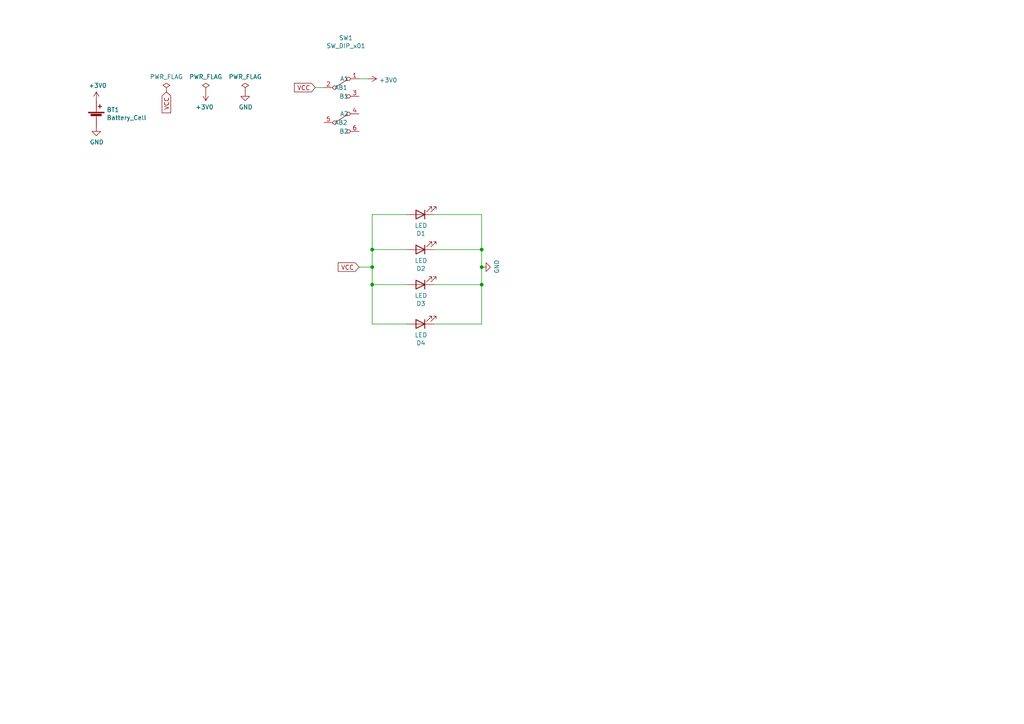
<source format=kicad_sch>
(kicad_sch (version 20211123) (generator eeschema)
  (paper "A4")
  (lib_symbols
    (symbol "Device:Battery_Cell" (pin_numbers hide) (pin_names (offset 0) hide)
      (property "Reference" "BT" (at 2.54 2.54 0))
      (property "Value" "Battery_Cell" (at 2.54 0 0))
      (symbol "Battery_Cell_0_1"
        (rectangle (start -2.286 1.778) (end 2.286 1.524) (fill (type outline)))
        (rectangle (start -1.5748 1.1938) (end 1.4732 0.6858) (fill (type outline)))
        (polyline (pts (xy 0 0.762) (xy 0 0)))
        (polyline (pts (xy 0 1.778) (xy 0 2.54)))
        (polyline (pts (xy 0.508 3.429) (xy 1.524 3.429)) (stroke (width 0.254)))
        (polyline (pts (xy 1.016 3.937) (xy 1.016 2.921)) (stroke (width 0.254)))
      )
      (symbol "Battery_Cell_1_1"
        (pin passive line (at 0 5.08 270) (length 2.54) (name "+") (number "1"))
        (pin passive line (at 0 -2.54 90) (length 2.54) (name "-") (number "2"))
      )
    )
    (symbol "Device:LED" (pin_numbers hide) (pin_names (offset 1.016) hide)
      (property "Reference" "D" (at 0 2.54 0))
      (property "Value" "LED" (at 0 -2.54 0))
      (symbol "LED_0_1"
        (polyline (pts (xy -1.27 -1.27) (xy -1.27 1.27)) (stroke (width 0.254)))
        (polyline (pts (xy -1.27 0) (xy 1.27 0)))
        (polyline (pts (xy 1.27 -1.27) (xy 1.27 1.27) (xy -1.27 0) (xy 1.27 -1.27)) (stroke (width 0.254)))
        (polyline (pts (xy -3.048 -0.762) (xy -4.572 -2.286) (xy -3.81 -2.286) (xy -4.572 -2.286) (xy -4.572 -1.524)))
        (polyline (pts (xy -1.778 -0.762) (xy -3.302 -2.286) (xy -2.54 -2.286) (xy -3.302 -2.286) (xy -3.302 -1.524)))
      )
      (symbol "LED_1_1"
        (pin passive line (at -3.81 0 0) (length 2.54) (name "K") (number "1"))
        (pin passive line (at 3.81 0 180) (length 2.54) (name "A") (number "2"))
      )
    )
    (symbol "hacrafu:DPDT"
      (property "Reference" "SW?" (at 0 1.27 0))
      (property "Value" "DPDT" (at 0 -1.27 0))
      (symbol "DPDT_0_0"
        (circle (center -3.302 -17.78) (radius 0.508))
        (circle (center -3.302 -7.62) (radius 0.508))
        (circle (center 0.762 -20.32) (radius 0.508))
        (circle (center 0.762 -10.16) (radius 0.508))
      )
      (symbol "DPDT_0_1"
        (polyline (pts (xy -2.794 -17.526) (xy 0.381 -15.494)))
        (polyline (pts (xy -2.794 -7.366) (xy 0.381 -5.334)))
        (circle (center 0.762 -15.24) (radius 0.508))
        (circle (center 0.762 -5.08) (radius 0.508))
      )
      (symbol "DPDT_1_1"
        (pin passive line (at 3.81 -5.08 180) (length 2.54) (name "A1") (number "1"))
        (pin passive line (at -6.35 -7.62 0) (length 2.54) (name "AB1") (number "2"))
        (pin passive line (at 3.81 -10.16 180) (length 2.54) (name "B1") (number "3"))
        (pin passive line (at 3.81 -15.24 180) (length 2.54) (name "A2") (number "4"))
        (pin passive line (at -6.35 -17.78 0) (length 2.54) (name "AB2") (number "5"))
        (pin passive line (at 3.81 -20.32 180) (length 2.54) (name "B2") (number "6"))
      )
    )
    (symbol "power:+3V0" (power) (pin_names (offset 0))
      (property "Value" "+3V0" (at 0 3.556 0))
      (symbol "+3V0_0_1"
        (polyline (pts (xy -0.762 1.27) (xy 0 2.54)))
        (polyline (pts (xy 0 0) (xy 0 2.54)))
        (polyline (pts (xy 0 2.54) (xy 0.762 1.27)))
      )
      (symbol "+3V0_1_1"
        (pin power_in line (at 0 0 90) (length 0) hide (name "+3V0") (number "1"))
      )
    )
    (symbol "power:GND" (power) (pin_names (offset 0))
      (property "Value" "GND" (at 0 -3.81 0))
      (symbol "GND_0_1"
        (polyline (pts (xy 0 0) (xy 0 -1.27) (xy 1.27 -1.27) (xy 0 -2.54) (xy -1.27 -1.27) (xy 0 -1.27)))
      )
      (symbol "GND_1_1"
        (pin power_in line (at 0 0 270) (length 0) hide (name "GND") (number "1"))
      )
    )
    (symbol "power:PWR_FLAG" (power) (pin_numbers hide) (pin_names (offset 0) hide)
      (property "Value" "PWR_FLAG" (at 0 3.81 0))
      (symbol "PWR_FLAG_0_0"
        (pin power_out line (at 0 0 90) (length 0) (name "pwr") (number "1"))
      )
      (symbol "PWR_FLAG_0_1"
        (polyline (pts (xy 0 0) (xy 0 1.27) (xy -1.016 1.905) (xy 0 2.54) (xy 1.016 1.905) (xy 0 1.27)))
      )
    )
  )
  (junction (at 107.95 77.47))
  (junction (at 139.7 72.39))
  (junction (at 139.7 82.55))
  (junction (at 139.7 77.47))
  (junction (at 107.95 82.55))
  (junction (at 107.95 72.39))
  (wire (pts (xy 139.7 62.23) (xy 139.7 72.39)))
  (wire (pts (xy 107.95 82.55) (xy 107.95 77.47)))
  (wire (pts (xy 118.11 82.55) (xy 107.95 82.55)))
  (wire (pts (xy 118.11 72.39) (xy 107.95 72.39)))
  (wire (pts (xy 107.95 72.39) (xy 107.95 77.47)))
  (wire (pts (xy 91.44 25.4) (xy 93.98 25.4)))
  (wire (pts (xy 118.11 62.23) (xy 107.95 62.23)))
  (wire (pts (xy 104.14 22.86) (xy 106.68 22.86)))
  (wire (pts (xy 139.7 62.23) (xy 125.73 62.23)))
  (wire (pts (xy 107.95 77.47) (xy 104.14 77.47)))
  (wire (pts (xy 118.11 93.98) (xy 107.95 93.98)))
  (wire (pts (xy 125.73 93.98) (xy 139.7 93.98)))
  (wire (pts (xy 139.7 72.39) (xy 139.7 77.47)))
  (wire (pts (xy 125.73 82.55) (xy 139.7 82.55)))
  (wire (pts (xy 107.95 62.23) (xy 107.95 72.39)))
  (wire (pts (xy 139.7 93.98) (xy 139.7 82.55)))
  (wire (pts (xy 107.95 93.98) (xy 107.95 82.55)))
  (wire (pts (xy 125.73 72.39) (xy 139.7 72.39)))
  (wire (pts (xy 139.7 82.55) (xy 139.7 77.47)))
  (global_label "VCC" (shape input) (at 91.44 25.4 180) (property "Intersheet References" "${INTERSHEET_REFS}" (effects hide)))
  (global_label "VCC" (shape input) (at 48.26 26.67 270) (property "Intersheet References" "${INTERSHEET_REFS}" (effects hide)))
  (global_label "VCC" (shape input) (at 104.14 77.47 180) (property "Intersheet References" "${INTERSHEET_REFS}" (effects hide)))
  (symbol (lib_id "Device:Battery_Cell") (at 27.94 34.29 0) (unit 1)
    (property "Reference" "BT1" (at 30.9372 31.8516 0) (effects (justify left)))
    (property "Value" "Battery_Cell" (at 30.9372 34.163 0) (effects (justify left)))
    (property "Footprint" "hacrafu:Batteryholder" (effects hide))
  )
  (symbol (lib_id "power:GND") (at 27.94 36.83 0) (unit 1)
    (property "Reference" "#PWR02" (effects hide))
    (property "Value" "GND" (at 28.067 41.2242 0))
  )
  (symbol (lib_id "power:+3V0") (at 27.94 29.21 0) (unit 1)
    (property "Reference" "#PWR01" (effects hide))
    (property "Value" "+3V0" (at 28.321 24.8158 0))
  )
  (symbol (lib_id "power:PWR_FLAG") (at 48.26 26.67 0) (unit 1)
    (property "Reference" "#FLG01" (effects hide))
    (property "Value" "PWR_FLAG" (at 48.26 22.2758 0))
  )
  (symbol (lib_id "power:PWR_FLAG") (at 59.69 26.67 0) (unit 1)
    (property "Reference" "#FLG02" (effects hide))
    (property "Value" "PWR_FLAG" (at 59.69 22.2758 0))
  )
  (symbol (lib_id "power:+3V0") (at 59.69 26.67 180) (unit 1)
    (property "Reference" "#PWR03" (effects hide))
    (property "Value" "+3V0" (at 59.309 31.0642 0))
  )
  (symbol (lib_id "power:PWR_FLAG") (at 71.12 26.67 0) (unit 1)
    (property "Reference" "#FLG03" (effects hide))
    (property "Value" "PWR_FLAG" (at 71.12 22.2758 0))
  )
  (symbol (lib_id "power:GND") (at 71.12 26.67 0) (unit 1)
    (property "Reference" "#PWR04" (effects hide))
    (property "Value" "GND" (at 71.247 31.0642 0))
  )
  (symbol (lib_id "hacrafu:DPDT") (at 100.33 17.78 0) (unit 1)
    (property "Reference" "SW1" (at 100.33 10.9982 0))
    (property "Value" "SW_DIP_x01" (at 100.33 13.3096 0))
    (property "Footprint" "hacrafu:Switch_MSS22D18" (effects hide))
  )
  (symbol (lib_id "power:+3V0") (at 106.68 22.86 270) (unit 1)
    (property "Reference" "#PWR05" (effects hide))
    (property "Value" "+3V0" (at 109.9312 23.241 90) (effects (justify left)))
  )
  (symbol (lib_id "Device:LED") (at 121.92 62.23 180) (unit 1)
    (property "Reference" "D1" (at 122.0978 67.7418 0))
    (property "Value" "LED" (at 122.0978 65.4304 0))
    (property "Footprint" "hacrafu:5mm_SMD-Pad" (effects hide))
  )
  (symbol (lib_id "Device:LED") (at 121.92 72.39 180) (unit 1)
    (property "Reference" "D2" (at 122.0978 77.9018 0))
    (property "Value" "LED" (at 122.0978 75.5904 0))
    (property "Footprint" "hacrafu:5mm_SMD-Pad" (effects hide))
  )
  (symbol (lib_id "Device:LED") (at 121.92 82.55 180) (unit 1)
    (property "Reference" "D3" (at 122.0978 88.0618 0))
    (property "Value" "LED" (at 122.0978 85.7504 0))
    (property "Footprint" "hacrafu:5mm_SMD-Pad" (effects hide))
  )
  (symbol (lib_id "Device:LED") (at 121.92 93.98 180) (unit 1)
    (property "Reference" "D4" (at 122.0978 99.4918 0))
    (property "Value" "LED" (at 122.0978 97.1804 0))
    (property "Footprint" "hacrafu:5mm_SMD-Pad" (effects hide))
  )
  (symbol (lib_id "power:GND") (at 139.7 77.47 90) (unit 1)
    (property "Reference" "#PWR06" (effects hide))
    (property "Value" "GND" (at 144.0942 77.343 0))
  )
)
</source>
